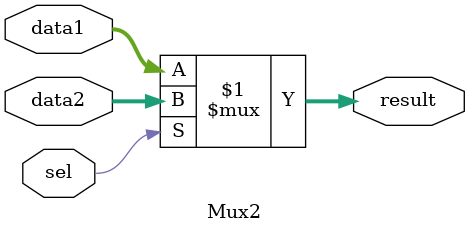
<source format=v>
module Mux2 (
    input  [31:0] data1,
    input  [31:0] data2,
    input  sel,
    output [31:0] result
);
    assign result = (sel) ? data2 : data1;
endmodule

</source>
